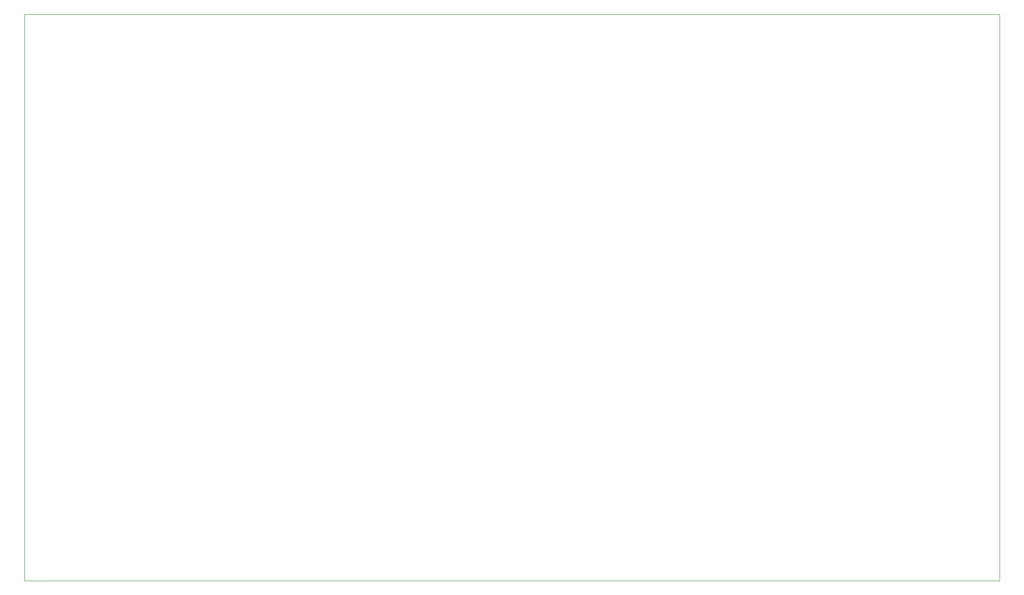
<source format=gbr>
G04 #@! TF.GenerationSoftware,KiCad,Pcbnew,(5.1.5)-3*
G04 #@! TF.CreationDate,2021-05-01T11:39:15+02:00*
G04 #@! TF.ProjectId,implantation finale,696d706c-616e-4746-9174-696f6e206669,rev?*
G04 #@! TF.SameCoordinates,PX231fb30PY3680a30*
G04 #@! TF.FileFunction,Profile,NP*
%FSLAX46Y46*%
G04 Gerber Fmt 4.6, Leading zero omitted, Abs format (unit mm)*
G04 Created by KiCad (PCBNEW (5.1.5)-3) date 2021-05-01 11:39:15*
%MOMM*%
%LPD*%
G04 APERTURE LIST*
%ADD10C,0.050000*%
G04 APERTURE END LIST*
D10*
X-7620000Y-97790000D02*
X-7620000Y6350000D01*
X171450000Y-97790000D02*
X-7620000Y-97790000D01*
X171450000Y6350000D02*
X171450000Y-97790000D01*
X-7620000Y6350000D02*
X171450000Y6350000D01*
M02*

</source>
